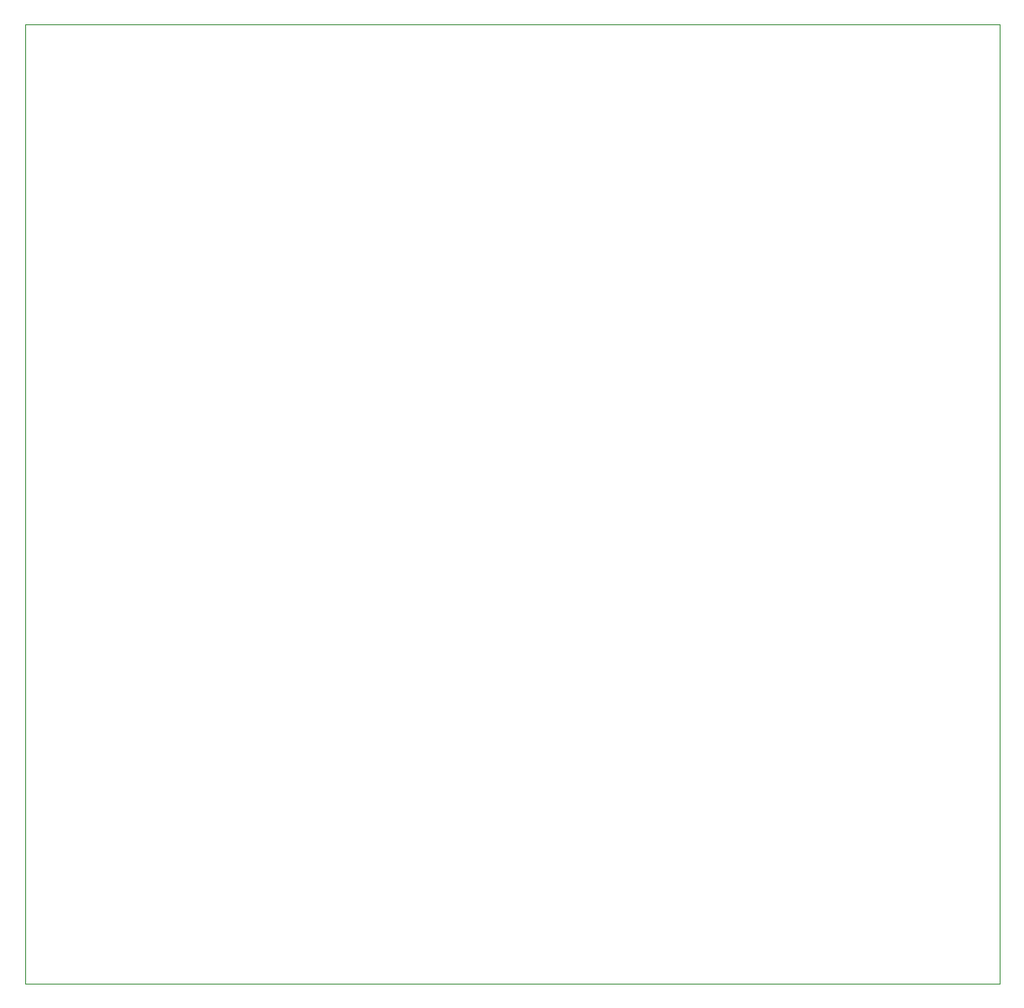
<source format=gbr>
%TF.GenerationSoftware,KiCad,Pcbnew,(6.0.2)*%
%TF.CreationDate,2022-11-16T14:07:38+00:00*%
%TF.ProjectId,stupid-mobility-adapter-v3,73747570-6964-42d6-9d6f-62696c697479,rev?*%
%TF.SameCoordinates,Original*%
%TF.FileFunction,Profile,NP*%
%FSLAX46Y46*%
G04 Gerber Fmt 4.6, Leading zero omitted, Abs format (unit mm)*
G04 Created by KiCad (PCBNEW (6.0.2)) date 2022-11-16 14:07:38*
%MOMM*%
%LPD*%
G01*
G04 APERTURE LIST*
%TA.AperFunction,Profile*%
%ADD10C,0.100000*%
%TD*%
G04 APERTURE END LIST*
D10*
X255778000Y-52070000D02*
X160837500Y-52070000D01*
X160837500Y-52070000D02*
X160837500Y-145532500D01*
X160837500Y-145532500D02*
X255778000Y-145532500D01*
X255778000Y-145532500D02*
X255778000Y-52070000D01*
M02*

</source>
